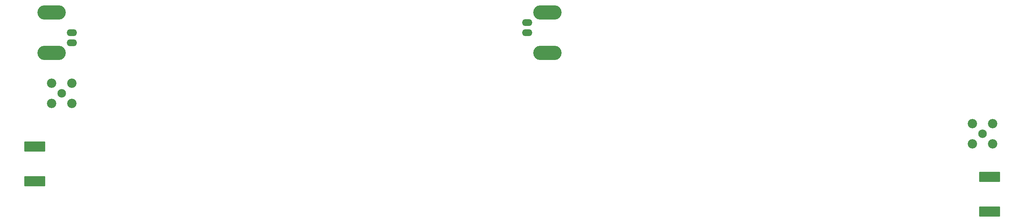
<source format=gbr>
G04 #@! TF.GenerationSoftware,KiCad,Pcbnew,(6.0.8-1)-1*
G04 #@! TF.CreationDate,2022-11-23T20:34:25+02:00*
G04 #@! TF.ProjectId,Proto Board RF v2-0,50726f74-6f20-4426-9f61-726420524620,rev?*
G04 #@! TF.SameCoordinates,Original*
G04 #@! TF.FileFunction,Soldermask,Bot*
G04 #@! TF.FilePolarity,Negative*
%FSLAX46Y46*%
G04 Gerber Fmt 4.6, Leading zero omitted, Abs format (unit mm)*
G04 Created by KiCad (PCBNEW (6.0.8-1)-1) date 2022-11-23 20:34:25*
%MOMM*%
%LPD*%
G01*
G04 APERTURE LIST*
G04 Aperture macros list*
%AMRoundRect*
0 Rectangle with rounded corners*
0 $1 Rounding radius*
0 $2 $3 $4 $5 $6 $7 $8 $9 X,Y pos of 4 corners*
0 Add a 4 corners polygon primitive as box body*
4,1,4,$2,$3,$4,$5,$6,$7,$8,$9,$2,$3,0*
0 Add four circle primitives for the rounded corners*
1,1,$1+$1,$2,$3*
1,1,$1+$1,$4,$5*
1,1,$1+$1,$6,$7*
1,1,$1+$1,$8,$9*
0 Add four rect primitives between the rounded corners*
20,1,$1+$1,$2,$3,$4,$5,0*
20,1,$1+$1,$4,$5,$6,$7,0*
20,1,$1+$1,$6,$7,$8,$9,0*
20,1,$1+$1,$8,$9,$2,$3,0*%
G04 Aperture macros list end*
%ADD10O,2.602000X1.702000*%
%ADD11O,7.102000X3.602000*%
%ADD12C,2.152000*%
%ADD13C,2.352000*%
%ADD14RoundRect,0.051000X2.540000X1.210000X-2.540000X1.210000X-2.540000X-1.210000X2.540000X-1.210000X0*%
%ADD15RoundRect,0.051000X-2.540000X-1.210000X2.540000X-1.210000X2.540000X1.210000X-2.540000X1.210000X0*%
G04 APERTURE END LIST*
D10*
X198120000Y-91440000D03*
D11*
X203200000Y-96520000D03*
X203200000Y-86360000D03*
D10*
X198120000Y-88900000D03*
X83820000Y-91440000D03*
X83820000Y-93980000D03*
D11*
X78740000Y-96520000D03*
X78740000Y-86360000D03*
D12*
X312420000Y-116840000D03*
D13*
X309880000Y-119380000D03*
X314960000Y-119380000D03*
X309880000Y-114300000D03*
X314960000Y-114300000D03*
D12*
X81280000Y-106680000D03*
D13*
X78740000Y-109220000D03*
X78740000Y-104140000D03*
X83820000Y-109220000D03*
X83820000Y-104140000D03*
D14*
X314140000Y-127700000D03*
X314140000Y-136460000D03*
D15*
X74480000Y-120080000D03*
X74480000Y-128840000D03*
M02*

</source>
